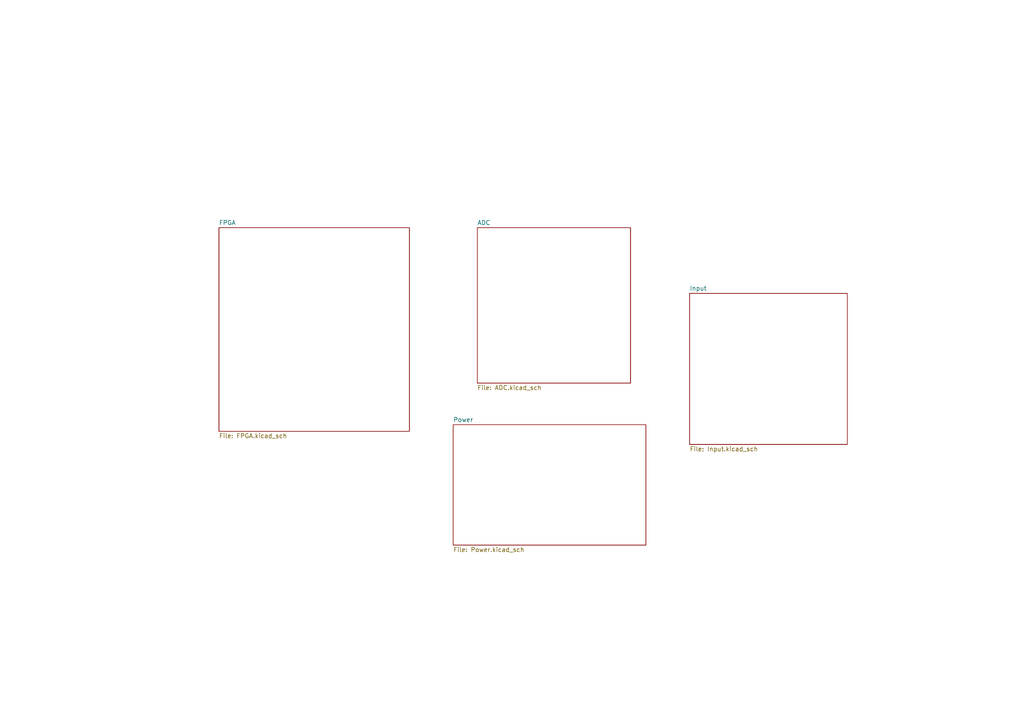
<source format=kicad_sch>
(kicad_sch (version 20230121) (generator eeschema)
  (paper "A4")
  (title_block (date "2020-03-07") (rev "1.00"))
  (lib_symbols)
  (sheet (at 131.445 123.19) (size 55.88 34.925) (stroke (width 0.1524))
    (property "Sheetname" "Power" (at 131.445 122.4784 0) (effects (justify left bottom)))
    (property "Sheetfile" "Power.kicad_sch" (at 131.445 158.6996 0) (effects (justify left top)))
  )
  (sheet (at 63.5 66.04) (size 55.245 59.055) (stroke (width 0.1524))
    (property "Sheetname" "FPGA" (at 63.5 65.3284 0) (effects (justify left bottom)))
    (property "Sheetfile" "FPGA.kicad_sch" (at 63.5 125.6796 0) (effects (justify left top)))
  )
  (sheet (at 138.43 66.04) (size 44.45 45.085) (stroke (width 0.1524))
    (property "Sheetname" "ADC" (at 138.43 65.3284 0) (effects (justify left bottom)))
    (property "Sheetfile" "ADC.kicad_sch" (at 138.43 111.7096 0) (effects (justify left top)))
  )
  (sheet (at 200.025 85.09) (size 45.72 43.815) (stroke (width 0.1524))
    (property "Sheetname" "Input" (at 200.025 84.3784 0) (effects (justify left bottom)))
    (property "Sheetfile" "Input.kicad_sch" (at 200.025 129.4896 0) (effects (justify left top)))
  )
)
</source>
